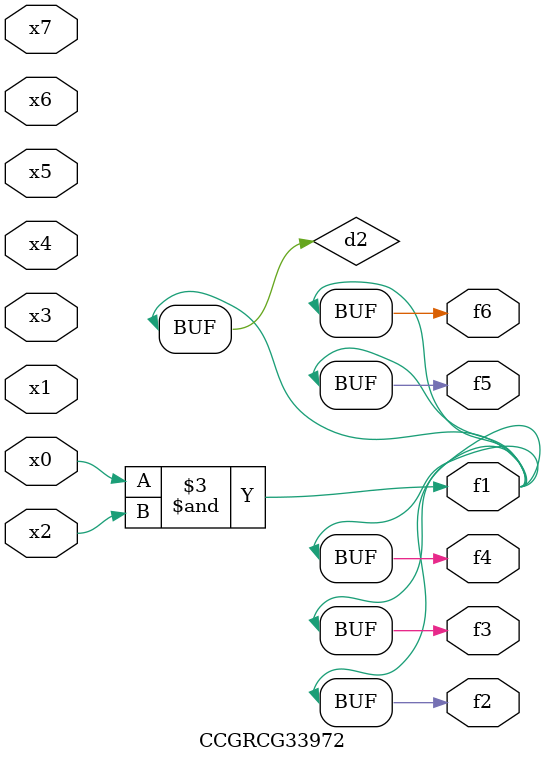
<source format=v>
module CCGRCG33972(
	input x0, x1, x2, x3, x4, x5, x6, x7,
	output f1, f2, f3, f4, f5, f6
);

	wire d1, d2;

	nor (d1, x3, x6);
	and (d2, x0, x2);
	assign f1 = d2;
	assign f2 = d2;
	assign f3 = d2;
	assign f4 = d2;
	assign f5 = d2;
	assign f6 = d2;
endmodule

</source>
